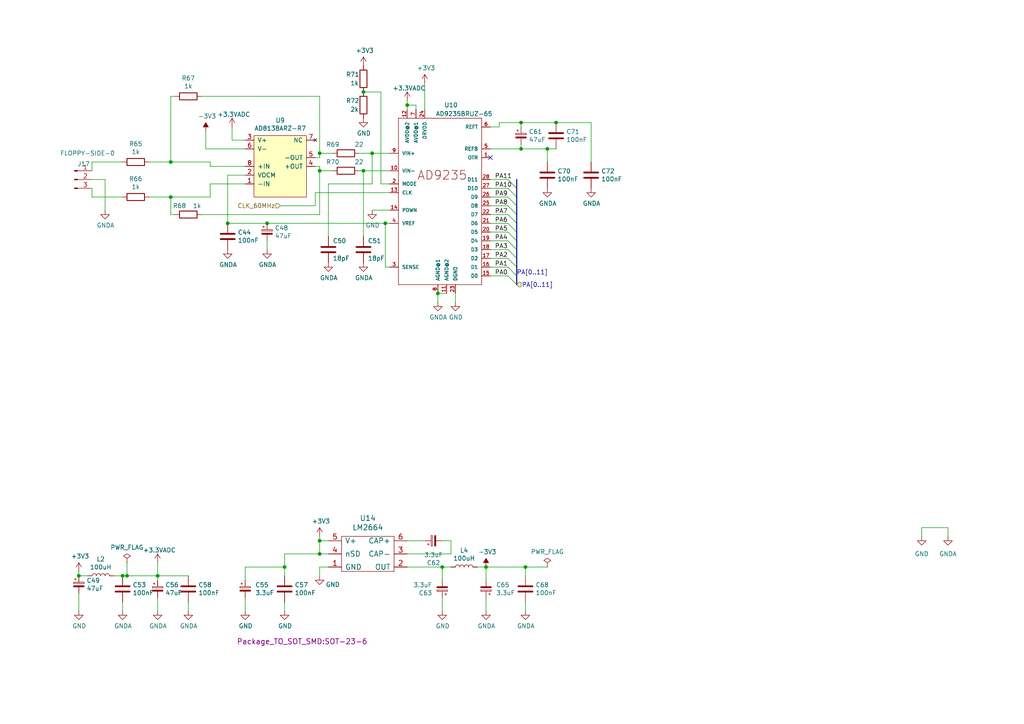
<source format=kicad_sch>
(kicad_sch (version 20230121) (generator eeschema)
  (paper "A4")
  (title_block (title "Greaseweazle F7 Lighting, USB PD") (date "2023-08-27") (rev "2.04") (company "SweProj.com"))
  (lib_symbols
    (symbol "AnalogFluxReader-rescue:CP_Small-Device" (pin_numbers hide) (pin_names (offset 0.254) hide)
      (property "Reference" "C" (at 0.254 1.778 0))
      (property "Value" "CP_Small-Device" (at 0.254 -2.032 0))
      (symbol "CP_Small-Device_0_1"
        (rectangle (start -1.524 -0.3048) (end 1.524 -0.6858) (fill (type outline)))
        (rectangle (start -1.524 0.6858) (end 1.524 0.3048))
        (polyline (pts (xy -1.27 1.524) (xy -0.762 1.524)))
        (polyline (pts (xy -1.016 1.27) (xy -1.016 1.778)))
      )
      (symbol "CP_Small-Device_1_1"
        (pin passive line (at 0 2.54 270) (length 1.8542) (name "~") (number "1"))
        (pin passive line (at 0 -2.54 90) (length 1.8542) (name "~") (number "2"))
      )
    )
    (symbol "Connector:Conn_01x03_Male" (pin_names (offset 1.016) hide)
      (property "Reference" "J" (at 0 5.08 0))
      (property "Value" "Conn_01x03_Male" (at 0 -5.08 0))
      (symbol "Conn_01x03_Male_1_1"
        (polyline (pts (xy 1.27 -2.54) (xy 0.8636 -2.54)) (stroke (width 0.1524)))
        (polyline (pts (xy 1.27 0) (xy 0.8636 0)) (stroke (width 0.1524)))
        (polyline (pts (xy 1.27 2.54) (xy 0.8636 2.54)) (stroke (width 0.1524)))
        (rectangle (start 0.8636 -2.413) (end 0 -2.667) (stroke (width 0.1524)) (fill (type outline)))
        (rectangle (start 0.8636 0.127) (end 0 -0.127) (stroke (width 0.1524)) (fill (type outline)))
        (rectangle (start 0.8636 2.667) (end 0 2.413) (stroke (width 0.1524)) (fill (type outline)))
        (pin passive line (at 5.08 2.54 180) (length 3.81) (name "Pin_1") (number "1"))
        (pin passive line (at 5.08 0 180) (length 3.81) (name "Pin_2") (number "2"))
        (pin passive line (at 5.08 -2.54 180) (length 3.81) (name "Pin_3") (number "3"))
      )
    )
    (symbol "Device:C" (pin_numbers hide) (pin_names (offset 0.254))
      (property "Reference" "C" (at 0.635 2.54 0))
      (property "Value" "C" (at 0.635 -2.54 0))
      (symbol "C_0_1"
        (polyline (pts (xy -2.032 -0.762) (xy 2.032 -0.762)) (stroke (width 0.508)))
        (polyline (pts (xy -2.032 0.762) (xy 2.032 0.762)) (stroke (width 0.508)))
      )
      (symbol "C_1_1"
        (pin passive line (at 0 3.81 270) (length 2.794) (name "~") (number "1"))
        (pin passive line (at 0 -3.81 90) (length 2.794) (name "~") (number "2"))
      )
    )
    (symbol "Device:C_Polarized_Small" (pin_numbers hide) (pin_names (offset 0.254) hide)
      (property "Reference" "C" (at 0.254 1.778 0))
      (property "Value" "C_Polarized_Small" (at 0.254 -2.032 0))
      (symbol "C_Polarized_Small_0_1"
        (rectangle (start -1.524 -0.3048) (end 1.524 -0.6858) (fill (type outline)))
        (rectangle (start -1.524 0.6858) (end 1.524 0.3048))
        (polyline (pts (xy -1.27 1.524) (xy -0.762 1.524)))
        (polyline (pts (xy -1.016 1.27) (xy -1.016 1.778)))
      )
      (symbol "C_Polarized_Small_1_1"
        (pin passive line (at 0 2.54 270) (length 1.8542) (name "~") (number "1"))
        (pin passive line (at 0 -2.54 90) (length 1.8542) (name "~") (number "2"))
      )
    )
    (symbol "Device:L" (pin_numbers hide) (pin_names (offset 1.016) hide)
      (property "Reference" "L" (at -1.27 0 90))
      (property "Value" "L" (at 1.905 0 90))
      (symbol "L_0_1"
        (arc (start 0 -2.54) (mid 0.6323 -1.905) (end 0 -1.27))
        (arc (start 0 -1.27) (mid 0.6323 -0.635) (end 0 0))
        (arc (start 0 0) (mid 0.6323 0.635) (end 0 1.27))
        (arc (start 0 1.27) (mid 0.6323 1.905) (end 0 2.54))
      )
      (symbol "L_1_1"
        (pin passive line (at 0 3.81 270) (length 1.27) (name "1") (number "1"))
        (pin passive line (at 0 -3.81 90) (length 1.27) (name "2") (number "2"))
      )
    )
    (symbol "Device:R" (pin_numbers hide) (pin_names (offset 0))
      (property "Reference" "R" (at 2.032 0 90))
      (property "Value" "R" (at 0 0 90))
      (symbol "R_0_1"
        (rectangle (start -1.016 -2.54) (end 1.016 2.54) (stroke (width 0.254)))
      )
      (symbol "R_1_1"
        (pin passive line (at 0 3.81 270) (length 1.27) (name "~") (number "1"))
        (pin passive line (at 0 -3.81 90) (length 1.27) (name "~") (number "2"))
      )
    )
    (symbol "Greaseweazle:AD8138-ad8138" (pin_names (offset 1.016))
      (property "Reference" "IC" (at -7.62 10.16 0))
      (property "Value" "AD8138-ad8138" (at -7.62 -10.16 0))
      (symbol "AD8138-ad8138_0_0"
        (pin input line (at -10.16 -5.08 0) (length 2.54) (name "-IN") (number "1"))
        (pin input line (at -10.16 -2.54 0) (length 2.54) (name "VOCM") (number "2"))
        (pin power_in line (at -10.16 7.62 0) (length 2.54) (name "V+") (number "3"))
        (pin output line (at 10.16 0 180) (length 2.54) (name "+OUT") (number "4"))
        (pin output line (at 10.16 2.54 180) (length 2.54) (name "-OUT") (number "5"))
        (pin power_in line (at -10.16 5.08 0) (length 2.54) (name "V-") (number "6"))
        (pin no_connect line (at 10.16 7.62 180) (length 2.54) (name "NC") (number "7"))
        (pin input line (at -10.16 0 0) (length 2.54) (name "+IN") (number "8"))
      )
      (symbol "AD8138-ad8138_0_1"
        (rectangle (start -7.62 8.89) (end 7.62 -8.89) (fill (type background)))
      )
    )
    (symbol "Greaseweazle:AD9235BR-ad9235" (pin_names (offset 1.016))
      (property "Reference" "U" (at 2.54 26.67 0))
      (property "Value" "AD9235BR-ad9235" (at 6.35 24.13 0))
      (symbol "AD9235BR-ad9235_1_0"
        (polyline (pts (xy -12.7 -25.4) (xy -12.7 22.86)))
        (polyline (pts (xy -12.7 22.86) (xy 11.43 22.86)))
        (polyline (pts (xy 11.43 -25.4) (xy -12.7 -25.4)))
        (polyline (pts (xy 11.43 22.86) (xy 11.43 -25.4)))
        (text "AD9235" (at 0 6.35 0) (effects (font (size 2.54 2.54))))
      )
      (symbol "AD9235BR-ad9235_1_1"
        (pin output line (at 13.97 11.43 180) (length 2.54) (name "OTR") (number "1"))
        (pin input line (at -15.24 7.62 0) (length 2.54) (name "VIN-") (number "10"))
        (pin power_in line (at 1.27 -27.94 90) (length 2.54) (name "AGND@2") (number "11"))
        (pin power_in line (at -10.16 25.4 270) (length 2.54) (name "AVDD@2") (number "12"))
        (pin input line (at -15.24 1.27 0) (length 2.54) (name "CLK") (number "13"))
        (pin input line (at -15.24 -3.81 0) (length 2.54) (name "PDWN") (number "14"))
        (pin output line (at 13.97 -22.86 180) (length 2.54) (name "D0") (number "15"))
        (pin output line (at 13.97 -20.32 180) (length 2.54) (name "D1") (number "16"))
        (pin output line (at 13.97 -17.78 180) (length 2.54) (name "D2") (number "17"))
        (pin output line (at 13.97 -15.24 180) (length 2.54) (name "D3") (number "18"))
        (pin output line (at 13.97 -12.7 180) (length 2.54) (name "D4") (number "19"))
        (pin input line (at -15.24 3.81 0) (length 2.54) (name "MODE") (number "2"))
        (pin output line (at 13.97 -10.16 180) (length 2.54) (name "D5") (number "20"))
        (pin output line (at 13.97 -7.62 180) (length 2.54) (name "D6") (number "21"))
        (pin output line (at 13.97 -5.08 180) (length 2.54) (name "D7") (number "22"))
        (pin power_in line (at 3.81 -27.94 90) (length 2.54) (name "DGND") (number "23"))
        (pin power_in line (at -5.08 25.4 270) (length 2.54) (name "DRVDD") (number "24"))
        (pin output line (at 13.97 -2.54 180) (length 2.54) (name "D8") (number "25"))
        (pin output line (at 13.97 0 180) (length 2.54) (name "D9") (number "26"))
        (pin output line (at 13.97 2.54 180) (length 2.54) (name "D10") (number "27"))
        (pin output line (at 13.97 5.08 180) (length 2.54) (name "D11") (number "28"))
        (pin input line (at -15.24 -20.32 0) (length 2.54) (name "SENSE") (number "3"))
        (pin input line (at -15.24 -7.62 0) (length 2.54) (name "VREF") (number "4"))
        (pin output line (at 13.97 13.97 180) (length 2.54) (name "REFB") (number "5"))
        (pin output line (at 13.97 20.32 180) (length 2.54) (name "REFT") (number "6"))
        (pin power_in line (at -7.62 25.4 270) (length 2.54) (name "AVDD@1") (number "7"))
        (pin power_in line (at -1.27 -27.94 90) (length 2.54) (name "AGND@1") (number "8"))
        (pin input line (at -15.24 12.7 0) (length 2.54) (name "VIN+") (number "9"))
      )
    )
    (symbol "Greaseweazle:CP_Small-Device" (pin_numbers hide) (pin_names (offset 0.254) hide)
      (property "Reference" "C" (at 0.254 1.778 0))
      (property "Value" "CP_Small-Device" (at 0.254 -2.032 0))
      (symbol "CP_Small-Device_0_1"
        (rectangle (start -1.524 -0.3048) (end 1.524 -0.6858) (fill (type outline)))
        (rectangle (start -1.524 0.6858) (end 1.524 0.3048))
        (polyline (pts (xy -1.27 1.524) (xy -0.762 1.524)))
        (polyline (pts (xy -1.016 1.27) (xy -1.016 1.778)))
      )
      (symbol "CP_Small-Device_1_1"
        (pin passive line (at 0 2.54 270) (length 1.8542) (name "~") (number "1"))
        (pin passive line (at 0 -2.54 90) (length 1.8542) (name "~") (number "2"))
      )
    )
    (symbol "Greaseweazle:LM2664-tinkerforge" (pin_names (offset 1.016))
      (property "Reference" "U" (at -6.35 6.35 0))
      (property "Value" "LM2664-tinkerforge" (at 0 -6.35 0))
      (symbol "LM2664-tinkerforge_0_1"
        (rectangle (start -7.62 5.08) (end 7.62 -5.08))
      )
      (symbol "LM2664-tinkerforge_1_1"
        (pin input line (at -11.43 -3.81 0) (length 3.81) (name "GND") (number "1"))
        (pin input line (at 11.43 -3.81 180) (length 3.81) (name "OUT") (number "2"))
        (pin input line (at 11.43 0 180) (length 3.81) (name "CAP-") (number "3"))
        (pin input line (at -11.43 0 0) (length 3.81) (name "nSD") (number "4"))
        (pin input line (at -11.43 3.81 0) (length 3.81) (name "V+") (number "5"))
        (pin input line (at 11.43 3.81 180) (length 3.81) (name "CAP+") (number "6"))
      )
    )
    (symbol "power:+3.3VADC" (power) (pin_names (offset 0))
      (property "Value" "+3.3VADC" (at 0 2.54 0))
      (symbol "+3.3VADC_0_0"
        (pin power_in line (at 0 0 90) (length 0) hide (name "+3.3VADC") (number "1"))
      )
      (symbol "+3.3VADC_0_1"
        (polyline (pts (xy -0.762 1.27) (xy 0 2.54)))
        (polyline (pts (xy 0 0) (xy 0 2.54)))
        (polyline (pts (xy 0 2.54) (xy 0.762 1.27)))
      )
    )
    (symbol "power:+3V3" (power) (pin_names (offset 0))
      (property "Value" "+3V3" (at 0 3.556 0))
      (symbol "+3V3_0_1"
        (polyline (pts (xy -0.762 1.27) (xy 0 2.54)))
        (polyline (pts (xy 0 0) (xy 0 2.54)))
        (polyline (pts (xy 0 2.54) (xy 0.762 1.27)))
      )
      (symbol "+3V3_1_1"
        (pin power_in line (at 0 0 90) (length 0) hide (name "+3V3") (number "1"))
      )
    )
    (symbol "power:-3V3" (power) (pin_names (offset 0))
      (property "Value" "-3V3" (at 0 3.81 0))
      (symbol "-3V3_0_0"
        (pin power_in line (at 0 0 90) (length 0) hide (name "-3V3") (number "1"))
      )
      (symbol "-3V3_0_1"
        (polyline (pts (xy 0 0) (xy 0 1.27) (xy 0.762 1.27) (xy 0 2.54) (xy -0.762 1.27) (xy 0 1.27)) (fill (type outline)))
      )
    )
    (symbol "power:GND" (power) (pin_names (offset 0))
      (property "Value" "GND" (at 0 -3.81 0))
      (symbol "GND_0_1"
        (polyline (pts (xy 0 0) (xy 0 -1.27) (xy 1.27 -1.27) (xy 0 -2.54) (xy -1.27 -1.27) (xy 0 -1.27)))
      )
      (symbol "GND_1_1"
        (pin power_in line (at 0 0 270) (length 0) hide (name "GND") (number "1"))
      )
    )
    (symbol "power:GNDA" (power) (pin_names (offset 0))
      (property "Value" "GNDA" (at 0 -3.81 0))
      (symbol "GNDA_0_1"
        (polyline (pts (xy 0 0) (xy 0 -1.27) (xy 1.27 -1.27) (xy 0 -2.54) (xy -1.27 -1.27) (xy 0 -1.27)))
      )
      (symbol "GNDA_1_1"
        (pin power_in line (at 0 0 270) (length 0) hide (name "GNDA") (number "1"))
      )
    )
    (symbol "power:PWR_FLAG" (power) (pin_numbers hide) (pin_names (offset 0) hide)
      (property "Value" "PWR_FLAG" (at 0 3.81 0))
      (symbol "PWR_FLAG_0_0"
        (pin power_out line (at 0 0 90) (length 0) (name "pwr") (number "1"))
      )
      (symbol "PWR_FLAG_0_1"
        (polyline (pts (xy 0 0) (xy 0 1.27) (xy -1.016 1.905) (xy 0 2.54) (xy 1.016 1.905) (xy 0 1.27)))
      )
    )
  )
  (junction (at 161.29 35.56))
  (junction (at 77.47 64.77))
  (junction (at 66.04 64.77))
  (junction (at 111.76 64.77))
  (junction (at 140.97 164.465))
  (junction (at 158.75 43.18))
  (junction (at 92.71 156.845))
  (junction (at 152.4 164.465))
  (junction (at 92.71 44.45))
  (junction (at 92.71 49.53))
  (junction (at 107.95 44.45))
  (junction (at 151.13 35.56))
  (junction (at 127 85.09))
  (junction (at 105.41 26.67))
  (junction (at 128.27 164.465))
  (junction (at 35.56 167.005))
  (junction (at 92.71 160.655))
  (junction (at 49.53 46.99))
  (junction (at 45.72 167.005))
  (junction (at 82.55 164.465))
  (junction (at 105.41 49.53))
  (junction (at 36.83 167.005))
  (junction (at 151.13 43.18))
  (junction (at 118.11 30.48))
  (junction (at 49.53 57.15))
  (junction (at 22.86 167.005))
  (no_connect (at 142.24 45.72))
  (bus_entry (at 147.32 59.69) (size 2.54 2.54))
  (bus_entry (at 147.32 62.23) (size 2.54 2.54))
  (bus_entry (at 147.32 64.77) (size 2.54 2.54))
  (bus_entry (at 147.32 72.39) (size 2.54 2.54))
  (bus_entry (at 147.32 74.93) (size 2.54 2.54))
  (bus_entry (at 147.32 77.47) (size 2.54 2.54))
  (bus_entry (at 147.32 80.01) (size 2.54 2.54))
  (bus_entry (at 147.32 52.07) (size 2.54 2.54))
  (bus_entry (at 147.32 54.61) (size 2.54 2.54))
  (bus_entry (at 147.32 57.15) (size 2.54 2.54))
  (bus_entry (at 147.32 69.85) (size 2.54 2.54))
  (bus_entry (at 147.32 67.31) (size 2.54 2.54))
  (wire (pts (xy 107.95 60.96) (xy 113.03 60.96)))
  (wire (pts (xy 151.13 43.18) (xy 158.75 43.18)))
  (wire (pts (xy 96.52 49.53) (xy 92.71 49.53)))
  (wire (pts (xy 128.27 173.355) (xy 128.27 177.165)))
  (wire (pts (xy 45.72 167.005) (xy 45.72 163.195)))
  (wire (pts (xy 158.75 164.465) (xy 152.4 164.465)))
  (wire (pts (xy 107.95 44.45) (xy 113.03 44.45)))
  (wire (pts (xy 92.71 156.845) (xy 92.71 155.575)))
  (wire (pts (xy 123.19 31.75) (xy 123.19 24.13)))
  (wire (pts (xy 92.71 27.94) (xy 58.42 27.94)))
  (wire (pts (xy 118.11 31.75) (xy 118.11 30.48)))
  (wire (pts (xy 107.95 53.34) (xy 107.95 44.45)))
  (bus (pts (xy 149.86 52.07) (xy 149.86 54.61)))
  (wire (pts (xy 128.27 156.845) (xy 130.81 156.845)))
  (wire (pts (xy 77.47 72.39) (xy 77.47 69.85)))
  (wire (pts (xy 66.04 64.77) (xy 77.47 64.77)))
  (wire (pts (xy 142.24 57.15) (xy 147.32 57.15)))
  (wire (pts (xy 105.41 68.58) (xy 105.41 49.53)))
  (wire (pts (xy 118.11 156.845) (xy 123.19 156.845)))
  (wire (pts (xy 142.24 59.69) (xy 147.32 59.69)))
  (wire (pts (xy 77.47 64.77) (xy 111.76 64.77)))
  (wire (pts (xy 22.86 167.005) (xy 25.4 167.005)))
  (wire (pts (xy 66.04 64.77) (xy 66.04 50.8)))
  (wire (pts (xy 45.72 168.275) (xy 45.72 167.005)))
  (wire (pts (xy 49.53 62.23) (xy 49.53 57.15)))
  (wire (pts (xy 127 87.63) (xy 127 85.09)))
  (wire (pts (xy 92.71 44.45) (xy 92.71 27.94)))
  (wire (pts (xy 128.27 164.465) (xy 130.81 164.465)))
  (wire (pts (xy 91.44 55.88) (xy 113.03 55.88)))
  (wire (pts (xy 66.04 50.8) (xy 71.12 50.8)))
  (bus (pts (xy 149.86 57.15) (xy 149.86 59.69)))
  (wire (pts (xy 95.25 156.845) (xy 92.71 156.845)))
  (wire (pts (xy 92.71 164.465) (xy 95.25 164.465)))
  (wire (pts (xy 105.41 49.53) (xy 113.03 49.53)))
  (wire (pts (xy 142.24 72.39) (xy 147.32 72.39)))
  (wire (pts (xy 35.56 177.165) (xy 35.56 174.625)))
  (wire (pts (xy 71.12 40.64) (xy 67.31 40.64)))
  (wire (pts (xy 111.76 64.77) (xy 113.03 64.77)))
  (wire (pts (xy 92.71 45.72) (xy 92.71 44.45)))
  (wire (pts (xy 45.72 173.355) (xy 45.72 177.165)))
  (wire (pts (xy 111.76 64.77) (xy 111.76 77.47)))
  (wire (pts (xy 35.56 167.005) (xy 36.83 167.005)))
  (wire (pts (xy 158.75 46.99) (xy 158.75 43.18)))
  (wire (pts (xy 151.13 36.83) (xy 151.13 35.56)))
  (wire (pts (xy 26.67 46.99) (xy 26.67 49.53)))
  (bus (pts (xy 149.86 80.01) (xy 149.86 82.55)))
  (wire (pts (xy 110.49 26.67) (xy 110.49 53.34)))
  (wire (pts (xy 81.28 59.69) (xy 91.44 59.69)))
  (wire (pts (xy 140.97 173.355) (xy 140.97 177.165)))
  (wire (pts (xy 140.97 164.465) (xy 140.97 168.275)))
  (wire (pts (xy 142.24 54.61) (xy 147.32 54.61)))
  (wire (pts (xy 105.41 26.67) (xy 110.49 26.67)))
  (wire (pts (xy 22.86 172.085) (xy 22.86 177.165)))
  (wire (pts (xy 142.24 43.18) (xy 151.13 43.18)))
  (wire (pts (xy 142.24 69.85) (xy 147.32 69.85)))
  (wire (pts (xy 71.12 164.465) (xy 71.12 168.275)))
  (wire (pts (xy 158.75 43.18) (xy 161.29 43.18)))
  (wire (pts (xy 152.4 164.465) (xy 140.97 164.465)))
  (wire (pts (xy 92.71 48.26) (xy 91.44 48.26)))
  (wire (pts (xy 71.12 43.18) (xy 59.69 43.18)))
  (wire (pts (xy 95.25 53.34) (xy 107.95 53.34)))
  (wire (pts (xy 58.42 62.23) (xy 92.71 62.23)))
  (wire (pts (xy 95.25 160.655) (xy 92.71 160.655)))
  (wire (pts (xy 49.53 46.99) (xy 60.96 46.99)))
  (wire (pts (xy 71.12 164.465) (xy 82.55 164.465)))
  (wire (pts (xy 128.27 164.465) (xy 128.27 168.275)))
  (wire (pts (xy 60.96 48.26) (xy 71.12 48.26)))
  (bus (pts (xy 149.86 54.61) (xy 149.86 57.15)))
  (wire (pts (xy 50.8 62.23) (xy 49.53 62.23)))
  (wire (pts (xy 71.12 173.355) (xy 71.12 177.165)))
  (wire (pts (xy 267.335 155.575) (xy 267.335 153.035)))
  (wire (pts (xy 130.81 160.655) (xy 118.11 160.655)))
  (wire (pts (xy 129.54 85.09) (xy 127 85.09)))
  (wire (pts (xy 82.55 167.005) (xy 82.55 164.465)))
  (bus (pts (xy 149.86 62.23) (xy 149.86 64.77)))
  (wire (pts (xy 49.53 27.94) (xy 50.8 27.94)))
  (wire (pts (xy 22.86 165.735) (xy 22.86 167.005)))
  (wire (pts (xy 82.55 164.465) (xy 82.55 160.655)))
  (wire (pts (xy 92.71 62.23) (xy 92.71 49.53)))
  (wire (pts (xy 54.61 174.625) (xy 54.61 177.165)))
  (wire (pts (xy 128.27 164.465) (xy 118.11 164.465)))
  (wire (pts (xy 142.24 67.31) (xy 147.32 67.31)))
  (wire (pts (xy 71.12 53.34) (xy 60.96 53.34)))
  (bus (pts (xy 149.86 77.47) (xy 149.86 80.01)))
  (wire (pts (xy 60.96 46.99) (xy 60.96 48.26)))
  (wire (pts (xy 92.71 167.005) (xy 92.71 164.465)))
  (wire (pts (xy 142.24 52.07) (xy 147.32 52.07)))
  (wire (pts (xy 142.24 64.77) (xy 147.32 64.77)))
  (wire (pts (xy 132.08 87.63) (xy 132.08 85.09)))
  (wire (pts (xy 107.95 44.45) (xy 104.14 44.45)))
  (wire (pts (xy 82.55 160.655) (xy 92.71 160.655)))
  (wire (pts (xy 151.13 41.91) (xy 151.13 43.18)))
  (wire (pts (xy 144.78 35.56) (xy 151.13 35.56)))
  (wire (pts (xy 45.72 167.005) (xy 54.61 167.005)))
  (wire (pts (xy 82.55 177.165) (xy 82.55 174.625)))
  (bus (pts (xy 149.86 64.77) (xy 149.86 67.31)))
  (wire (pts (xy 91.44 45.72) (xy 92.71 45.72)))
  (wire (pts (xy 152.4 167.005) (xy 152.4 164.465)))
  (wire (pts (xy 130.81 156.845) (xy 130.81 160.655)))
  (wire (pts (xy 171.45 35.56) (xy 171.45 46.99)))
  (wire (pts (xy 118.11 30.48) (xy 118.11 29.21)))
  (wire (pts (xy 142.24 77.47) (xy 147.32 77.47)))
  (wire (pts (xy 152.4 177.165) (xy 152.4 174.625)))
  (wire (pts (xy 96.52 44.45) (xy 92.71 44.45)))
  (wire (pts (xy 144.78 36.83) (xy 144.78 35.56)))
  (wire (pts (xy 120.65 30.48) (xy 118.11 30.48)))
  (wire (pts (xy 35.56 57.15) (xy 26.67 57.15)))
  (wire (pts (xy 67.31 40.64) (xy 67.31 36.83)))
  (wire (pts (xy 91.44 59.69) (xy 91.44 55.88)))
  (wire (pts (xy 43.18 46.99) (xy 49.53 46.99)))
  (wire (pts (xy 60.96 53.34) (xy 60.96 57.15)))
  (wire (pts (xy 60.96 57.15) (xy 49.53 57.15)))
  (bus (pts (xy 149.86 67.31) (xy 149.86 69.85)))
  (wire (pts (xy 30.48 60.96) (xy 30.48 52.07)))
  (wire (pts (xy 105.41 49.53) (xy 104.14 49.53)))
  (wire (pts (xy 142.24 62.23) (xy 147.32 62.23)))
  (bus (pts (xy 149.86 69.85) (xy 149.86 72.39)))
  (wire (pts (xy 49.53 46.99) (xy 49.53 27.94)))
  (wire (pts (xy 92.71 49.53) (xy 92.71 48.26)))
  (wire (pts (xy 49.53 57.15) (xy 43.18 57.15)))
  (wire (pts (xy 140.97 164.465) (xy 138.43 164.465)))
  (wire (pts (xy 267.335 153.035) (xy 274.955 153.035)))
  (wire (pts (xy 274.955 153.035) (xy 274.955 155.575)))
  (wire (pts (xy 111.76 77.47) (xy 113.03 77.47)))
  (wire (pts (xy 95.25 68.58) (xy 95.25 53.34)))
  (wire (pts (xy 120.65 31.75) (xy 120.65 30.48)))
  (bus (pts (xy 149.86 74.93) (xy 149.86 77.47)))
  (wire (pts (xy 142.24 74.93) (xy 147.32 74.93)))
  (wire (pts (xy 59.69 43.18) (xy 59.69 38.1)))
  (wire (pts (xy 151.13 35.56) (xy 161.29 35.56)))
  (wire (pts (xy 92.71 160.655) (xy 92.71 156.845)))
  (wire (pts (xy 36.83 167.005) (xy 45.72 167.005)))
  (wire (pts (xy 26.67 46.99) (xy 35.56 46.99)))
  (bus (pts (xy 149.86 72.39) (xy 149.86 74.93)))
  (wire (pts (xy 110.49 53.34) (xy 113.03 53.34)))
  (wire (pts (xy 142.24 36.83) (xy 144.78 36.83)))
  (bus (pts (xy 149.86 59.69) (xy 149.86 62.23)))
  (wire (pts (xy 26.67 54.61) (xy 26.67 57.15)))
  (wire (pts (xy 33.02 167.005) (xy 35.56 167.005)))
  (wire (pts (xy 36.83 163.195) (xy 36.83 167.005)))
  (wire (pts (xy 161.29 35.56) (xy 171.45 35.56)))
  (wire (pts (xy 30.48 52.07) (xy 26.67 52.07)))
  (wire (pts (xy 142.24 80.01) (xy 147.32 80.01)))
  (label "PA7" (at 143.51 62.23 0))
  (label "PA4" (at 143.51 69.85 0))
  (label "PA2" (at 143.51 74.93 0))
  (label "PA11" (at 143.51 52.07 0))
  (label "PA5" (at 143.51 67.31 0))
  (label "PA10" (at 143.51 54.61 0))
  (label "PA3" (at 143.51 72.39 0))
  (label "PA8" (at 143.51 59.69 0))
  (label "PA0" (at 143.51 80.01 0))
  (label "PA9" (at 143.51 57.15 0))
  (label "PA1" (at 143.51 77.47 0))
  (label "PA[0..11]" (at 149.86 80.01 0))
  (label "PA6" (at 143.51 64.77 0))
  (hierarchical_label "CLK_60MHz" (shape input) (at 81.28 59.69 180))
  (hierarchical_label "PA[0..11]" (shape input) (at 149.86 82.55 0))
  (symbol (lib_id "power:+3.3VADC") (at 118.11 29.21 0) (unit 1)
    (property "Reference" "#PWR0210" (effects hide))
    (property "Value" "+3.3VADC" (at 118.618 25.5778 0))
  )
  (symbol (lib_id "Device:C") (at 66.04 68.58 180) (unit 1)
    (property "Reference" "C44" (at 68.961 67.4116 0) (effects (justify right)))
    (property "Value" "100nF" (at 68.961 69.723 0) (effects (justify right)))
    (property "Footprint" "Capacitor_SMD:C_0402_1005Metric" (effects hide))
    (property "LCSC" "C1525" (effects hide))
  )
  (symbol (lib_id "Device:L") (at 29.21 167.005 90) (unit 1)
    (property "Reference" "L2" (at 29.21 162.179 90))
    (property "Value" "100uH" (at 29.21 164.4904 90))
    (property "Footprint" "Greaseweazle:L_6.3x6.3_H3" (effects hide))
    (property "LCSC" "C434839" (effects hide))
  )
  (symbol (lib_id "power:GNDA") (at 77.47 72.39 0) (unit 1)
    (property "Reference" "#PWR0195" (effects hide))
    (property "Value" "GNDA" (at 77.597 76.7842 0))
  )
  (symbol (lib_id "Greaseweazle:CP_Small-Device") (at 151.13 39.37 0) (unit 1)
    (property "Reference" "C61" (at 153.3652 38.2016 0) (effects (justify left)))
    (property "Value" "47uF" (at 153.3652 40.513 0) (effects (justify left)))
    (property "Footprint" "Capacitor_SMD:C_0603_1608Metric" (effects hide))
    (property "LCSC" "C140782" (effects hide))
  )
  (symbol (lib_id "Device:C_Polarized_Small") (at 128.27 170.815 180) (unit 1)
    (property "Reference" "C63" (at 125.349 171.9834 0) (effects (justify left)))
    (property "Value" "3.3uF" (at 125.349 169.672 0) (effects (justify left)))
    (property "Footprint" "Capacitor_SMD:CP_Elec_4x5.4" (effects hide))
    (property "LCSC" "C87864" (effects hide))
  )
  (symbol (lib_id "power:GNDA") (at 127 87.63 0) (unit 1)
    (property "Reference" "#PWR0212" (effects hide))
    (property "Value" "GNDA" (at 127.127 92.0242 0))
  )
  (symbol (lib_id "power:GND") (at 71.12 177.165 0) (unit 1)
    (property "Reference" "#PWR0192" (effects hide))
    (property "Value" "GND" (at 71.247 181.5592 0))
  )
  (symbol (lib_id "Device:R") (at 54.61 27.94 270) (unit 1)
    (property "Reference" "R67" (at 54.61 22.6822 90))
    (property "Value" "1k" (at 54.61 24.9936 90))
    (property "Footprint" "Resistor_THT:R_Axial_DIN0207_L6.3mm_D2.5mm_P7.62mm_Horizontal" (effects hide))
    (property "LCSC" "C11702" (effects hide))
  )
  (symbol (lib_id "power:PWR_FLAG") (at 158.75 164.465 0) (unit 1)
    (property "Reference" "#FLG0102" (effects hide))
    (property "Value" "PWR_FLAG" (at 158.75 160.0454 0))
  )
  (symbol (lib_id "power:GNDA") (at 30.48 60.96 0) (unit 1)
    (property "Reference" "#PWR0205" (effects hide))
    (property "Value" "GNDA" (at 30.607 65.3542 0))
  )
  (symbol (lib_id "Device:C_Polarized_Small") (at 71.12 170.815 0) (unit 1)
    (property "Reference" "C55" (at 74.041 169.6466 0) (effects (justify left)))
    (property "Value" "3.3uF" (at 74.041 171.958 0) (effects (justify left)))
    (property "Footprint" "Capacitor_SMD:CP_Elec_4x5.4" (effects hide))
    (property "LCSC" "C87864" (effects hide))
  )
  (symbol (lib_id "power:-3V3") (at 59.69 38.1 0) (unit 1)
    (property "Reference" "#PWR0207" (effects hide))
    (property "Value" "-3V3" (at 60.071 33.7058 0))
  )
  (symbol (lib_id "Device:C") (at 171.45 50.8 180) (unit 1)
    (property "Reference" "C72" (at 174.371 49.6316 0) (effects (justify right)))
    (property "Value" "100nF" (at 174.371 51.943 0) (effects (justify right)))
    (property "Footprint" "Capacitor_SMD:C_0402_1005Metric" (effects hide))
    (property "LCSC" "C1525" (effects hide))
  )
  (symbol (lib_id "power:GNDA") (at 140.97 177.165 0) (unit 1)
    (property "Reference" "#PWR0188" (effects hide))
    (property "Value" "GNDA" (at 141.097 181.5592 0))
  )
  (symbol (lib_id "Device:C") (at 82.55 170.815 0) (unit 1)
    (property "Reference" "C57" (at 85.471 169.6466 0) (effects (justify left)))
    (property "Value" "100nF" (at 85.471 171.958 0) (effects (justify left)))
    (property "Footprint" "Capacitor_SMD:C_0402_1005Metric" (effects hide))
    (property "LCSC" "C1525" (effects hide))
  )
  (symbol (lib_id "power:GND") (at 107.95 60.96 0) (unit 1)
    (property "Reference" "#PWR0191" (effects hide))
    (property "Value" "GND" (at 108.077 65.3542 0))
  )
  (symbol (lib_id "Device:R") (at 39.37 57.15 270) (unit 1)
    (property "Reference" "R66" (at 39.37 51.8922 90))
    (property "Value" "1k" (at 39.37 54.2036 90))
    (property "Footprint" "Resistor_THT:R_Axial_DIN0207_L6.3mm_D2.5mm_P7.62mm_Horizontal" (effects hide))
    (property "LCSC" "C11702" (effects hide))
  )
  (symbol (lib_id "power:GNDA") (at 54.61 177.165 0) (unit 1)
    (property "Reference" "#PWR0199" (effects hide))
    (property "Value" "GNDA" (at 54.737 181.5592 0))
  )
  (symbol (lib_id "Greaseweazle:AD8138-ad8138") (at 81.28 48.26 0) (unit 1)
    (property "Reference" "U9" (at 81.28 34.925 0))
    (property "Value" "AD8138ARZ-R7" (at 81.28 37.2364 0))
    (property "Footprint" "Package_SO:SOIC-8_3.9x4.9mm_P1.27mm" (effects hide))
    (property "Datasheet" "http://www.analog.com/media/en/technical-documentation/data-sheets/AD8138.pdf" (effects hide))
    (property "Farnell" "2725700" (effects hide))
  )
  (symbol (lib_id "Device:C") (at 158.75 50.8 180) (unit 1)
    (property "Reference" "C70" (at 161.671 49.6316 0) (effects (justify right)))
    (property "Value" "100nF" (at 161.671 51.943 0) (effects (justify right)))
    (property "Footprint" "Capacitor_SMD:C_0402_1005Metric" (effects hide))
    (property "LCSC" "C1525" (effects hide))
  )
  (symbol (lib_id "power:GNDA") (at 45.72 177.165 0) (unit 1)
    (property "Reference" "#PWR0183" (effects hide))
    (property "Value" "GNDA" (at 45.847 181.5592 0))
  )
  (symbol (lib_id "power:GNDA") (at 95.25 76.2 0) (unit 1)
    (property "Reference" "#PWR0194" (effects hide))
    (property "Value" "GNDA" (at 95.377 80.5942 0))
  )
  (symbol (lib_id "Greaseweazle:LM2664-tinkerforge") (at 106.68 160.655 0) (unit 1)
    (property "Reference" "U14" (at 106.68 150.2918 0) (effects (font (size 1.524 1.524))))
    (property "Value" "LM2664" (at 106.68 152.9842 0) (effects (font (size 1.524 1.524))))
    (property "Footprint" "Package_TO_SOT_SMD:SOT-23-6" (at 87.63 186.055 0) (effects (font (size 1.524 1.524))))
    (property "LCSC" "C840095" (effects hide))
  )
  (symbol (lib_id "power:+3V3") (at 22.86 165.735 0) (unit 1)
    (property "Reference" "#PWR0189" (effects hide))
    (property "Value" "+3V3" (at 23.241 161.3408 0))
  )
  (symbol (lib_id "power:+3.3VADC") (at 67.31 36.83 0) (unit 1)
    (property "Reference" "#PWR0203" (effects hide))
    (property "Value" "+3.3VADC" (at 67.818 33.1978 0))
  )
  (symbol (lib_id "power:GND") (at 105.41 34.29 0) (unit 1)
    (property "Reference" "#PWR0211" (effects hide))
    (property "Value" "GND" (at 105.537 38.6842 0))
  )
  (symbol (lib_id "Greaseweazle:CP_Small-Device") (at 45.72 170.815 0) (unit 1)
    (property "Reference" "C56" (at 47.9552 169.6466 0) (effects (justify left)))
    (property "Value" "47uF" (at 47.9552 171.958 0) (effects (justify left)))
    (property "Footprint" "Capacitor_SMD:C_0603_1608Metric" (effects hide))
    (property "LCSC" "C140782" (effects hide))
  )
  (symbol (lib_id "Greaseweazle:CP_Small-Device") (at 22.86 169.545 0) (unit 1)
    (property "Reference" "C49" (at 25.0952 168.3766 0) (effects (justify left)))
    (property "Value" "47uF" (at 25.0952 170.688 0) (effects (justify left)))
    (property "Footprint" "Capacitor_SMD:C_0603_1608Metric" (effects hide))
    (property "LCSC" "C140782" (effects hide))
  )
  (symbol (lib_id "Device:R") (at 54.61 62.23 270) (unit 1)
    (property "Reference" "R68" (at 52.07 59.69 90))
    (property "Value" "1k" (at 57.15 59.69 90))
    (property "Footprint" "Resistor_THT:R_Axial_DIN0207_L6.3mm_D2.5mm_P7.62mm_Horizontal" (effects hide))
    (property "LCSC" "C11702" (effects hide))
  )
  (symbol (lib_id "power:GNDA") (at 158.75 54.61 0) (unit 1)
    (property "Reference" "#PWR0215" (effects hide))
    (property "Value" "GNDA" (at 158.877 59.0042 0))
  )
  (symbol (lib_id "power:+3V3") (at 123.19 24.13 0) (unit 1)
    (property "Reference" "#PWR0209" (effects hide))
    (property "Value" "+3V3" (at 123.571 19.7358 0))
  )
  (symbol (lib_id "Device:C_Polarized_Small") (at 140.97 170.815 180) (unit 1)
    (property "Reference" "C65" (at 143.891 169.6466 0) (effects (justify right)))
    (property "Value" "3.3uF" (at 143.891 171.958 0) (effects (justify right)))
    (property "Footprint" "Capacitor_SMD:CP_Elec_4x5.4" (effects hide))
    (property "LCSC" "C87864" (effects hide))
  )
  (symbol (lib_id "Greaseweazle:AD9235BR-ad9235") (at 128.27 57.15 0) (unit 1)
    (property "Reference" "U10" (at 130.81 30.48 0))
    (property "Value" "AD9235BRUZ-65" (at 134.62 33.02 0))
    (property "Footprint" "Package_SO:TSSOP-28_4.4x9.7mm_P0.65mm" (effects hide))
  )
  (symbol (lib_id "power:GND") (at 267.335 155.575 0) (unit 1)
    (property "Reference" "#PWR0259" (effects hide))
    (property "Value" "GND" (at 267.335 160.655 0))
  )
  (symbol (lib_id "Device:C") (at 54.61 170.815 0) (unit 1)
    (property "Reference" "C58" (at 57.531 169.6466 0) (effects (justify left)))
    (property "Value" "100nF" (at 57.531 171.958 0) (effects (justify left)))
    (property "Footprint" "Capacitor_SMD:C_0402_1005Metric" (effects hide))
    (property "LCSC" "C1525" (effects hide))
  )
  (symbol (lib_id "Device:C") (at 152.4 170.815 0) (unit 1)
    (property "Reference" "C68" (at 155.321 169.6466 0) (effects (justify left)))
    (property "Value" "100nF" (at 155.321 171.958 0) (effects (justify left)))
    (property "Footprint" "Capacitor_SMD:C_0402_1005Metric" (effects hide))
    (property "LCSC" "C1525" (effects hide))
  )
  (symbol (lib_id "Device:C_Polarized_Small") (at 125.73 156.845 90) (unit 1)
    (property "Reference" "C62" (at 125.73 163.2458 90))
    (property "Value" "3.3uF" (at 125.73 160.9344 90))
    (property "Footprint" "Capacitor_SMD:CP_Elec_4x5.4" (effects hide))
    (property "LCSC" "C87864" (effects hide))
  )
  (symbol (lib_id "Device:R") (at 100.33 44.45 270) (unit 1)
    (property "Reference" "R69" (at 96.52 41.91 90))
    (property "Value" "22" (at 104.14 41.91 90))
    (property "Footprint" "Resistor_SMD:R_0402_1005Metric" (effects hide))
    (property "LCSC" "C25092" (effects hide))
  )
  (symbol (lib_id "power:GND") (at 132.08 87.63 0) (unit 1)
    (property "Reference" "#PWR0214" (effects hide))
    (property "Value" "GND" (at 132.207 92.0242 0))
  )
  (symbol (lib_id "power:GND") (at 92.71 167.005 0) (unit 1)
    (property "Reference" "#PWR0197" (effects hide))
    (property "Value" "GND" (at 96.52 169.545 0))
  )
  (symbol (lib_id "Connector:Conn_01x03_Male") (at 21.59 52.07 0) (unit 1)
    (property "Reference" "J17" (at 24.2824 47.5488 0))
    (property "Value" "FLOPPY-SIDE-0" (at 25.4 44.45 0))
    (property "Footprint" "Connector_PinHeader_2.54mm:PinHeader_1x03_P2.54mm_Vertical" (effects hide))
  )
  (symbol (lib_id "Device:C") (at 105.41 72.39 180) (unit 1)
    (property "Reference" "C51" (at 106.68 69.85 0) (effects (justify right)))
    (property "Value" "18pF" (at 106.68 74.93 0) (effects (justify right)))
    (property "Footprint" "Capacitor_SMD:C_0402_1005Metric" (effects hide))
    (property "LCSC" "C1549" (effects hide))
  )
  (symbol (lib_id "Device:C") (at 95.25 72.39 180) (unit 1)
    (property "Reference" "C50" (at 96.52 69.85 0) (effects (justify right)))
    (property "Value" "18pF" (at 96.52 74.93 0) (effects (justify right)))
    (property "Footprint" "Capacitor_SMD:C_0402_1005Metric" (effects hide))
    (property "LCSC" "C1549" (effects hide))
  )
  (symbol (lib_id "Device:R") (at 100.33 49.53 270) (unit 1)
    (property "Reference" "R70" (at 96.52 46.99 90))
    (property "Value" "22" (at 104.14 46.99 90))
    (property "Footprint" "Resistor_SMD:R_0402_1005Metric" (effects hide))
    (property "LCSC" "C25092" (effects hide))
  )
  (symbol (lib_id "power:GND") (at 82.55 177.165 0) (unit 1)
    (property "Reference" "#PWR0198" (effects hide))
    (property "Value" "GND" (at 82.677 181.5592 0))
  )
  (symbol (lib_id "Device:R") (at 105.41 30.48 180) (unit 1)
    (property "Reference" "R72" (at 100.33 29.21 0) (effects (justify right)))
    (property "Value" "2k" (at 101.6 31.75 0) (effects (justify right)))
    (property "Footprint" "Resistor_SMD:R_0402_1005Metric" (effects hide))
    (property "LCSC" "C4109" (effects hide))
  )
  (symbol (lib_id "power:GNDA") (at 105.41 76.2 0) (unit 1)
    (property "Reference" "#PWR0193" (effects hide))
    (property "Value" "GNDA" (at 105.537 80.5942 0))
  )
  (symbol (lib_id "power:+3V3") (at 105.41 19.05 0) (unit 1)
    (property "Reference" "#PWR0208" (effects hide))
    (property "Value" "+3V3" (at 105.791 14.6558 0))
  )
  (symbol (lib_id "power:GNDA") (at 171.45 54.61 0) (unit 1)
    (property "Reference" "#PWR0216" (effects hide))
    (property "Value" "GNDA" (at 171.577 59.0042 0))
  )
  (symbol (lib_id "Device:R") (at 105.41 22.86 180) (unit 1)
    (property "Reference" "R71" (at 100.33 21.59 0) (effects (justify right)))
    (property "Value" "1k" (at 101.6 24.13 0) (effects (justify right)))
    (property "Footprint" "Resistor_SMD:R_0402_1005Metric" (effects hide))
    (property "LCSC" "C11702" (effects hide))
  )
  (symbol (lib_id "Device:L") (at 134.62 164.465 90) (unit 1)
    (property "Reference" "L4" (at 134.62 159.639 90))
    (property "Value" "100uH" (at 134.62 161.9504 90))
    (property "Footprint" "Greaseweazle:L_6.3x6.3_H3" (effects hide))
    (property "LCSC" "C434839" (effects hide))
  )
  (symbol (lib_id "Device:C") (at 35.56 170.815 0) (unit 1)
    (property "Reference" "C53" (at 38.481 169.6466 0) (effects (justify left)))
    (property "Value" "100nF" (at 38.481 171.958 0) (effects (justify left)))
    (property "Footprint" "Capacitor_SMD:C_0402_1005Metric" (effects hide))
    (property "LCSC" "C1525" (effects hide))
  )
  (symbol (lib_id "power:-3V3") (at 140.97 164.465 0) (unit 1)
    (property "Reference" "#PWR0206" (effects hide))
    (property "Value" "-3V3" (at 141.351 160.0708 0))
  )
  (symbol (lib_id "power:GNDA") (at 35.56 177.165 0) (unit 1)
    (property "Reference" "#PWR0184" (effects hide))
    (property "Value" "GNDA" (at 35.687 181.5592 0))
  )
  (symbol (lib_id "power:GNDA") (at 152.4 177.165 0) (unit 1)
    (property "Reference" "#PWR0187" (effects hide))
    (property "Value" "GNDA" (at 152.527 181.5592 0))
  )
  (symbol (lib_id "power:GNDA") (at 274.955 155.575 0) (unit 1)
    (property "Reference" "#PWR0258" (effects hide))
    (property "Value" "GNDA" (at 274.955 160.655 0))
  )
  (symbol (lib_id "power:+3.3VADC") (at 45.72 163.195 0) (unit 1)
    (property "Reference" "#PWR0186" (effects hide))
    (property "Value" "+3.3VADC" (at 46.228 159.5628 0))
  )
  (symbol (lib_id "power:+3V3") (at 92.71 155.575 0) (unit 1)
    (property "Reference" "#PWR0196" (effects hide))
    (property "Value" "+3V3" (at 93.091 151.1808 0))
  )
  (symbol (lib_id "AnalogFluxReader-rescue:CP_Small-Device") (at 77.47 67.31 0) (unit 1)
    (property "Reference" "C48" (at 79.7052 66.1416 0) (effects (justify left)))
    (property "Value" "47uF" (at 79.7052 68.453 0) (effects (justify left)))
    (property "Footprint" "Capacitor_SMD:C_0603_1608Metric" (effects hide))
    (property "LCSC" "C140782" (effects hide))
  )
  (symbol (lib_id "Device:R") (at 39.37 46.99 270) (unit 1)
    (property "Reference" "R65" (at 39.37 41.7322 90))
    (property "Value" "1k" (at 39.37 44.0436 90))
    (property "Footprint" "Resistor_THT:R_Axial_DIN0207_L6.3mm_D2.5mm_P7.62mm_Horizontal" (effects hide))
    (property "LCSC" "C11702" (effects hide))
  )
  (symbol (lib_id "Device:C") (at 161.29 39.37 180) (unit 1)
    (property "Reference" "C71" (at 164.211 38.2016 0) (effects (justify right)))
    (property "Value" "100nF" (at 164.211 40.513 0) (effects (justify right)))
    (property "Footprint" "Capacitor_SMD:C_0402_1005Metric" (effects hide))
    (property "LCSC" "C1525" (effects hide))
  )
  (symbol (lib_id "power:GND") (at 128.27 177.165 0) (unit 1)
    (property "Reference" "#PWR0204" (effects hide))
    (property "Value" "GND" (at 128.397 181.5592 0))
  )
  (symbol (lib_id "power:PWR_FLAG") (at 36.83 163.195 0) (unit 1)
    (property "Reference" "#FLG0101" (effects hide))
    (property "Value" "PWR_FLAG" (at 36.83 158.7754 0))
  )
  (symbol (lib_id "power:GND") (at 22.86 177.165 0) (unit 1)
    (property "Reference" "#PWR0177" (effects hide))
    (property "Value" "GND" (at 22.987 181.5592 0))
  )
  (symbol (lib_id "power:GNDA") (at 66.04 72.39 0) (unit 1)
    (property "Reference" "#PWR0202" (effects hide))
    (property "Value" "GNDA" (at 66.167 76.7842 0))
  )
)
</source>
